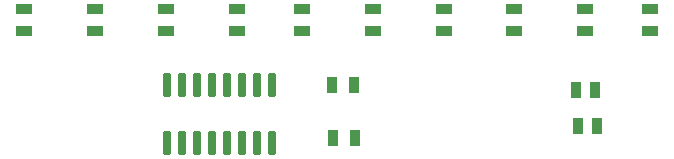
<source format=gtp>
G04*
G04 #@! TF.GenerationSoftware,Altium Limited,Altium Designer,23.1.1 (15)*
G04*
G04 Layer_Color=8421504*
%FSLAX44Y44*%
%MOMM*%
G71*
G04*
G04 #@! TF.SameCoordinates,C741470B-7C4C-4177-9209-F2D843503FCF*
G04*
G04*
G04 #@! TF.FilePolarity,Positive*
G04*
G01*
G75*
%ADD15R,0.9700X1.4700*%
%ADD16R,0.9500X1.4000*%
G04:AMPARAMS|DCode=17|XSize=1.97mm|YSize=0.6mm|CornerRadius=0.075mm|HoleSize=0mm|Usage=FLASHONLY|Rotation=270.000|XOffset=0mm|YOffset=0mm|HoleType=Round|Shape=RoundedRectangle|*
%AMROUNDEDRECTD17*
21,1,1.9700,0.4500,0,0,270.0*
21,1,1.8200,0.6000,0,0,270.0*
1,1,0.1500,-0.2250,-0.9100*
1,1,0.1500,-0.2250,0.9100*
1,1,0.1500,0.2250,0.9100*
1,1,0.1500,0.2250,-0.9100*
%
%ADD17ROUNDEDRECTD17*%
%ADD18R,1.4000X0.9500*%
D15*
X518300Y85000D02*
D03*
X501700D02*
D03*
X503400Y55000D02*
D03*
X520000D02*
D03*
D16*
X314500Y90000D02*
D03*
X295500D02*
D03*
X315000Y45000D02*
D03*
X296000D02*
D03*
D17*
X244450Y40250D02*
D03*
X231750D02*
D03*
X219050D02*
D03*
X206350D02*
D03*
X193650D02*
D03*
X180950D02*
D03*
X168250D02*
D03*
X155550D02*
D03*
Y89750D02*
D03*
X168250D02*
D03*
X180950D02*
D03*
X193650D02*
D03*
X206350D02*
D03*
X219050D02*
D03*
X231750D02*
D03*
X244450D02*
D03*
D18*
X35000Y135000D02*
D03*
Y154000D02*
D03*
X215000Y135000D02*
D03*
Y154000D02*
D03*
X95000Y135000D02*
D03*
Y154000D02*
D03*
X155000Y135000D02*
D03*
Y154000D02*
D03*
X565000Y135000D02*
D03*
Y154000D02*
D03*
X270000Y135000D02*
D03*
Y154000D02*
D03*
X330000Y135000D02*
D03*
Y154000D02*
D03*
X510000Y135000D02*
D03*
Y154000D02*
D03*
X390000Y135000D02*
D03*
Y154000D02*
D03*
X450000Y135000D02*
D03*
Y154000D02*
D03*
M02*

</source>
